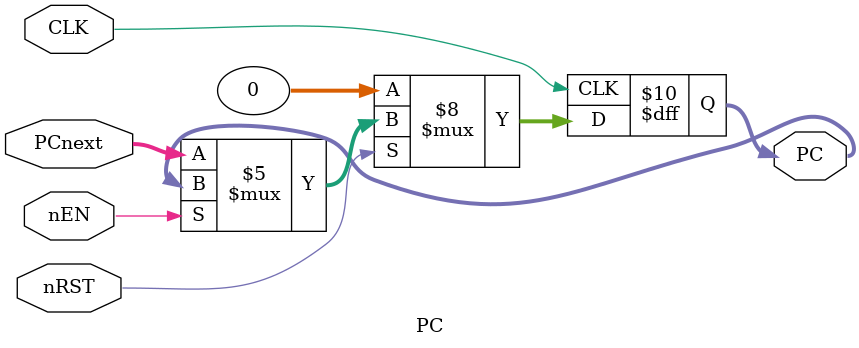
<source format=v>
module PC #(parameter WIDTH = 32)(
    input  wire             CLK, 
    input  wire             nRST,
    input  wire             nEN,
    input  wire [WIDTH-1:0] PCnext,
    output reg  [WIDTH-1:0] PC
    );

    always @(posedge CLK)
    begin
        if (~nRST) 
            PC <= 32'b0;    // reset
        else if (~nEN)
            PC <= PCnext;   // default
        else
            PC <= PC;       // stall
    end

endmodule

</source>
